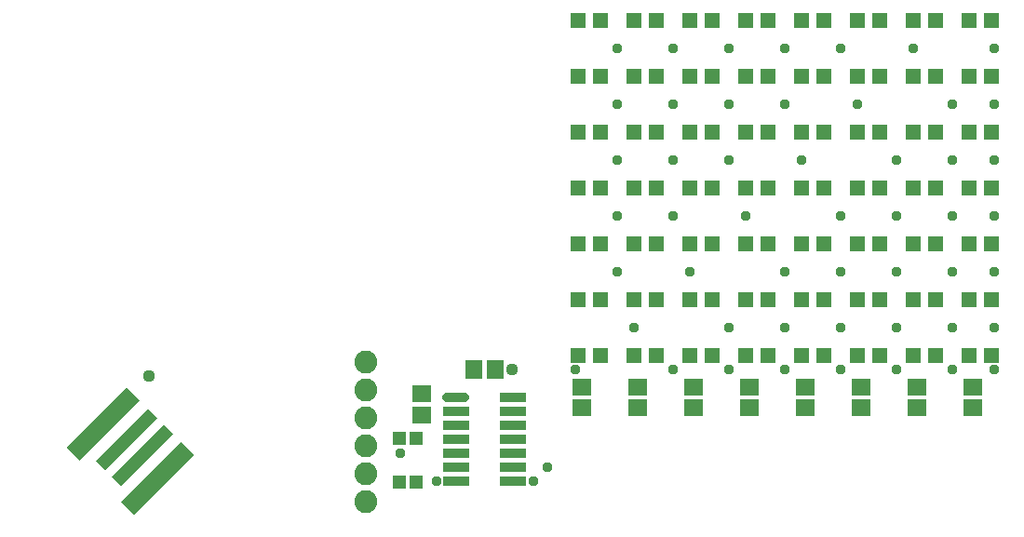
<source format=gbr>
G04 EAGLE Gerber RS-274X export*
G75*
%MOMM*%
%FSLAX34Y34*%
%LPD*%
%INSoldermask Top*%
%IPPOS*%
%AMOC8*
5,1,8,0,0,1.08239X$1,22.5*%
G01*
%ADD10R,1.503200X1.703200*%
%ADD11R,7.703200X1.703200*%
%ADD12R,6.703200X1.203200*%
%ADD13R,1.403200X1.403200*%
%ADD14R,1.703200X1.503200*%
%ADD15C,0.812800*%
%ADD16R,2.413000X0.812800*%
%ADD17C,2.082800*%
%ADD18R,1.203200X1.203200*%
%ADD19C,0.959600*%
%ADD20C,1.109600*%


D10*
X390550Y152400D03*
X409550Y152400D03*
D11*
G36*
X136091Y74550D02*
X81622Y20081D01*
X69579Y32124D01*
X124048Y86593D01*
X136091Y74550D01*
G37*
D12*
G36*
X116645Y93995D02*
X69247Y46597D01*
X60739Y55105D01*
X108137Y102503D01*
X116645Y93995D01*
G37*
G36*
X102503Y108137D02*
X55105Y60739D01*
X46597Y69247D01*
X93995Y116645D01*
X102503Y108137D01*
G37*
D11*
G36*
X86593Y124048D02*
X32124Y69579D01*
X20081Y81622D01*
X74550Y136091D01*
X86593Y124048D01*
G37*
D13*
X556600Y419100D03*
X535600Y419100D03*
X607400Y419100D03*
X586400Y419100D03*
X658200Y419100D03*
X637200Y419100D03*
X709000Y419100D03*
X688000Y419100D03*
X759800Y419100D03*
X738800Y419100D03*
X810600Y419100D03*
X789600Y419100D03*
X861400Y419100D03*
X840400Y419100D03*
X505800Y368300D03*
X484800Y368300D03*
X556600Y368300D03*
X535600Y368300D03*
X607400Y368300D03*
X586400Y368300D03*
X556600Y469900D03*
X535600Y469900D03*
X658200Y368300D03*
X637200Y368300D03*
X709000Y368300D03*
X688000Y368300D03*
X759800Y368300D03*
X738800Y368300D03*
X810600Y368300D03*
X789600Y368300D03*
X861400Y368300D03*
X840400Y368300D03*
X505800Y317500D03*
X484800Y317500D03*
X556600Y317500D03*
X535600Y317500D03*
X607400Y317500D03*
X586400Y317500D03*
X658200Y317500D03*
X637200Y317500D03*
X709000Y317500D03*
X688000Y317500D03*
X607400Y469900D03*
X586400Y469900D03*
X759800Y317500D03*
X738800Y317500D03*
X810600Y317500D03*
X789600Y317500D03*
X861400Y317500D03*
X840400Y317500D03*
X505800Y266700D03*
X484800Y266700D03*
X556600Y266700D03*
X535600Y266700D03*
X607400Y266700D03*
X586400Y266700D03*
X658200Y266700D03*
X637200Y266700D03*
X709000Y266700D03*
X688000Y266700D03*
X759800Y266700D03*
X738800Y266700D03*
X810600Y266700D03*
X789600Y266700D03*
X658200Y469900D03*
X637200Y469900D03*
X861400Y266700D03*
X840400Y266700D03*
X505800Y215900D03*
X484800Y215900D03*
X556600Y215900D03*
X535600Y215900D03*
X607400Y215900D03*
X586400Y215900D03*
X658200Y215900D03*
X637200Y215900D03*
X709000Y215900D03*
X688000Y215900D03*
X759800Y215900D03*
X738800Y215900D03*
X810600Y215900D03*
X789600Y215900D03*
X861400Y215900D03*
X840400Y215900D03*
X505800Y165100D03*
X484800Y165100D03*
X709000Y469900D03*
X688000Y469900D03*
X556600Y165100D03*
X535600Y165100D03*
X607400Y165100D03*
X586400Y165100D03*
X658200Y165100D03*
X637200Y165100D03*
X709000Y165100D03*
X688000Y165100D03*
X759800Y165100D03*
X738800Y165100D03*
X810600Y165100D03*
X789600Y165100D03*
X861400Y165100D03*
X840400Y165100D03*
X759800Y469900D03*
X738800Y469900D03*
X810600Y469900D03*
X789600Y469900D03*
X861400Y469900D03*
X840400Y469900D03*
X505800Y419100D03*
X484800Y419100D03*
D14*
X342900Y111150D03*
X342900Y130150D03*
X488950Y117500D03*
X488950Y136500D03*
X539750Y117500D03*
X539750Y136500D03*
X590550Y117500D03*
X590550Y136500D03*
X641350Y117500D03*
X641350Y136500D03*
X692150Y117500D03*
X692150Y136500D03*
X742950Y117500D03*
X742950Y136500D03*
X793750Y117500D03*
X793750Y136500D03*
X844550Y117500D03*
X844550Y136500D03*
D15*
X382016Y127000D02*
X366014Y127000D01*
D16*
X426085Y127000D03*
X374015Y114300D03*
X374015Y101600D03*
X426085Y114300D03*
X426085Y101600D03*
X374015Y88900D03*
X426085Y88900D03*
X374015Y76200D03*
X374015Y63500D03*
X426085Y76200D03*
X426085Y63500D03*
X374015Y50800D03*
X426085Y50800D03*
D17*
X292100Y107950D03*
X292100Y57150D03*
X292100Y158750D03*
X292100Y82550D03*
X292100Y133350D03*
D13*
X505800Y469900D03*
X484800Y469900D03*
D18*
X338200Y49850D03*
X322200Y49850D03*
X322200Y89850D03*
X338200Y89850D03*
D17*
X292100Y31750D03*
D19*
X323850Y76200D03*
D20*
X95250Y146050D03*
X425450Y152400D03*
D19*
X482600Y152400D03*
X863600Y152400D03*
X571500Y152400D03*
X622300Y152400D03*
X673100Y152400D03*
X723900Y152400D03*
X774700Y152400D03*
X825500Y152400D03*
X863600Y190500D03*
X535600Y190500D03*
X622300Y190500D03*
X673100Y190500D03*
X723900Y190500D03*
X774700Y190500D03*
X825500Y190500D03*
X520700Y241300D03*
X863600Y241300D03*
X673100Y241300D03*
X723900Y241300D03*
X774700Y241300D03*
X825500Y241300D03*
X586400Y241300D03*
X520700Y292100D03*
X863600Y292100D03*
X825500Y292100D03*
X774700Y292100D03*
X723900Y292100D03*
X571500Y292100D03*
X637200Y292100D03*
X520700Y444500D03*
X863600Y444500D03*
X571500Y444500D03*
X622300Y444500D03*
X673100Y444500D03*
X723900Y444500D03*
X789600Y444500D03*
X520700Y393700D03*
X863600Y393700D03*
X825500Y393700D03*
X571500Y393700D03*
X622300Y393700D03*
X673100Y393700D03*
X738800Y393700D03*
X520700Y342900D03*
X863600Y342900D03*
X825500Y342900D03*
X774700Y342900D03*
X622300Y342900D03*
X688000Y342900D03*
X571500Y342900D03*
X444500Y50800D03*
X356080Y50800D03*
X457200Y63500D03*
M02*

</source>
